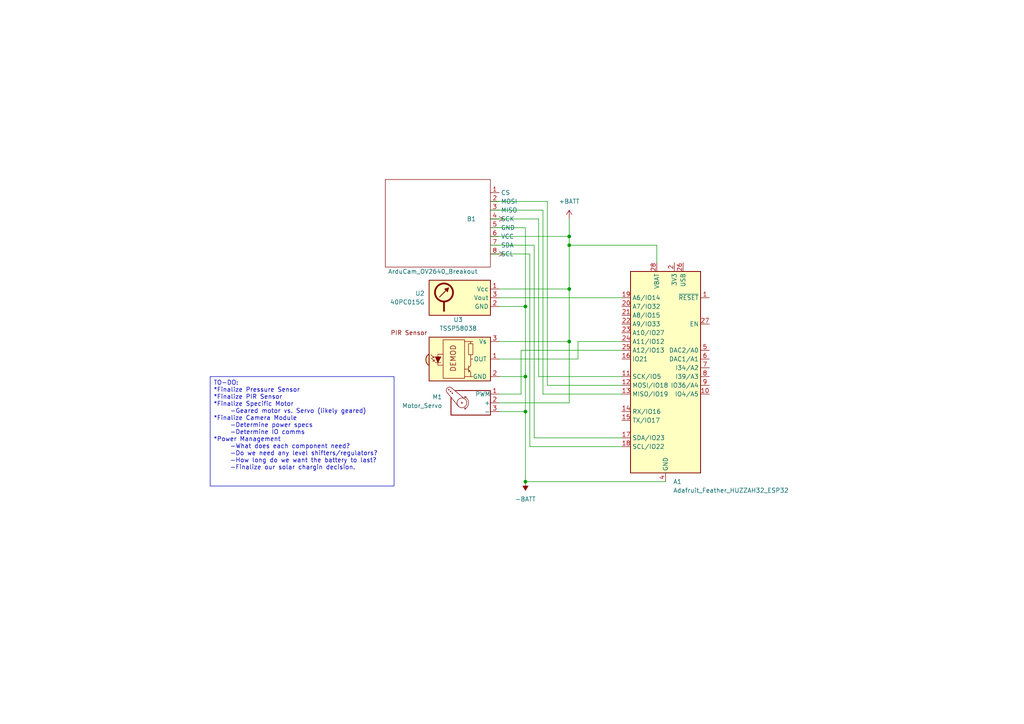
<source format=kicad_sch>
(kicad_sch (version 20231120) (generator "eeschema") (generator_version "8.0")
  (paper "A4")
  (title_block (title "Anti-Squirrel Birdwatch Feeder Preliminary Schematic") (date "2024-10-29") (rev "A") (company "Group 7: Annika Boyd, Sal Esmaeil, Mitch Montee, Nate Sjullie, Nitin Suryadevara"))
  (lib_symbols
    (symbol "MCU_Module:Adafruit_Feather_HUZZAH32_ESP32"
      (property "Reference" "A" (at -10.16 29.21 0))
      (property "Value" "Adafruit_Feather_HUZZAH32_ESP32" (at 2.54 -31.75 0))
      (symbol "Adafruit_Feather_HUZZAH32_ESP32_0_1"
        (rectangle (start -10.16 27.94) (end 10.16 -30.48) (stroke (width 0.254)) (fill (type background)))
      )
      (symbol "Adafruit_Feather_HUZZAH32_ESP32_1_1"
        (pin input line (at 12.7 20.32 180) (length 2.54) (name "~{RESET}") (number "1"))
        (pin bidirectional line (at 12.7 -7.62 180) (length 2.54) (name "IO4/A5") (number "10"))
        (pin bidirectional line (at -12.7 -2.54 0) (length 2.54) (name "SCK/IO5") (number "11"))
        (pin bidirectional line (at -12.7 -5.08 0) (length 2.54) (name "MOSI/IO18") (number "12"))
        (pin bidirectional line (at -12.7 -7.62 0) (length 2.54) (name "MISO/IO19") (number "13"))
        (pin bidirectional line (at -12.7 -12.7 0) (length 2.54) (name "RX/IO16") (number "14"))
        (pin bidirectional line (at -12.7 -15.24 0) (length 2.54) (name "TX/IO17") (number "15"))
        (pin bidirectional line (at -12.7 2.54 0) (length 2.54) (name "IO21") (number "16"))
        (pin bidirectional line (at -12.7 -20.32 0) (length 2.54) (name "SDA/IO23") (number "17"))
        (pin bidirectional line (at -12.7 -22.86 0) (length 2.54) (name "SCL/IO22") (number "18"))
        (pin bidirectional line (at -12.7 20.32 0) (length 2.54) (name "A6/IO14") (number "19"))
        (pin power_in line (at 2.54 30.48 270) (length 2.54) (name "3V3") (number "2"))
        (pin bidirectional line (at -12.7 17.78 0) (length 2.54) (name "A7/IO32") (number "20"))
        (pin bidirectional line (at -12.7 15.24 0) (length 2.54) (name "A8/IO15") (number "21"))
        (pin bidirectional line (at -12.7 12.7 0) (length 2.54) (name "A9/IO33") (number "22"))
        (pin bidirectional line (at -12.7 10.16 0) (length 2.54) (name "A10/IO27") (number "23"))
        (pin bidirectional line (at -12.7 7.62 0) (length 2.54) (name "A11/IO12") (number "24"))
        (pin bidirectional line (at -12.7 5.08 0) (length 2.54) (name "A12/IO13") (number "25"))
        (pin power_in line (at 5.08 30.48 270) (length 2.54) (name "USB") (number "26"))
        (pin input line (at 12.7 12.7 180) (length 2.54) (name "EN") (number "27"))
        (pin power_in line (at -2.54 30.48 270) (length 2.54) (name "VBAT") (number "28"))
        (pin no_connect line (at 10.16 10.16 180) (length 2.54) hide (name "NC") (number "3"))
        (pin power_in line (at 0 -33.02 90) (length 2.54) (name "GND") (number "4"))
        (pin bidirectional line (at 12.7 5.08 180) (length 2.54) (name "DAC2/A0") (number "5"))
        (pin bidirectional line (at 12.7 2.54 180) (length 2.54) (name "DAC1/A1") (number "6"))
        (pin bidirectional line (at 12.7 0 180) (length 2.54) (name "I34/A2") (number "7"))
        (pin bidirectional line (at 12.7 -2.54 180) (length 2.54) (name "I39/A3") (number "8"))
        (pin bidirectional line (at 12.7 -5.08 180) (length 2.54) (name "IO36/A4") (number "9"))
      )
    )
    (symbol "Motor:Motor_Servo" (pin_names (offset 0.0254))
      (property "Reference" "M" (at -5.08 4.445 0))
      (property "Value" "Motor_Servo" (at -5.08 -4.064 0))
      (symbol "Motor_Servo_0_1"
        (polyline (pts (xy 2.413 -1.778) (xy 2.032 -1.778)))
        (polyline (pts (xy 2.413 -1.778) (xy 2.286 -1.397)))
        (polyline (pts (xy 2.413 1.778) (xy 1.905 1.778)))
        (polyline (pts (xy 2.413 1.778) (xy 2.286 1.397)))
        (polyline (pts (xy 6.35 4.445) (xy 2.54 1.27)))
        (polyline (pts (xy 7.62 3.175) (xy 4.191 -1.016)))
        (polyline (pts (xy 5.08 3.556) (xy -5.08 3.556) (xy -5.08 -3.556) (xy 6.35 -3.556) (xy 6.35 1.524)) (stroke (width 0.254)))
        (arc (start 2.413 1.778) (mid 1.2406 0) (end 2.413 -1.778))
        (circle (center 3.175 0) (radius 0.1778))
        (circle (center 3.175 0) (radius 1.4224))
        (circle (center 5.969 2.794) (radius 0.127))
        (circle (center 6.477 3.302) (radius 0.127))
        (circle (center 6.985 3.81) (radius 0.127))
        (arc (start 7.62 3.175) (mid 7.4485 4.2735) (end 6.35 4.445))
      )
      (symbol "Motor_Servo_1_1"
        (pin passive line (at -7.62 2.54 0) (length 2.54) (name "PWM") (number "1"))
        (pin passive line (at -7.62 0 0) (length 2.54) (name "+") (number "2"))
        (pin passive line (at -7.62 -2.54 0) (length 2.54) (name "-") (number "3"))
      )
    )
    (symbol "Sensor_Pressure:40PC015G"
      (property "Reference" "U2" (at -11.43 1.2701 0))
      (property "Value" "40PC015G" (at -11.43 -1.2699 0))
      (symbol "40PC015G_0_1"
        (circle (center -5.842 1.524) (radius 2.6162) (stroke (width 0.508)))
        (polyline (pts (xy -7.112 0.254) (xy -4.572 2.794)) (stroke (width 0.254)))
        (polyline (pts (xy -5.842 -1.27) (xy -5.842 -3.81)) (stroke (width 0.508)))
        (polyline (pts (xy -4.572 2.794) (xy -4.826 1.778) (xy -5.588 2.54) (xy -4.572 2.794)) (stroke (width 0.254)) (fill (type outline)))
        (rectangle (start 7.62 5.08) (end -10.16 -5.08) (stroke (width 0.254)) (fill (type background)))
      )
      (symbol "40PC015G_1_1"
        (pin power_in line (at 10.16 2.54 180) (length 2.54) (name "Vcc") (number "1"))
        (pin power_in line (at 10.16 -2.54 180) (length 2.54) (name "GND") (number "2"))
        (pin output line (at 10.16 0 180) (length 2.54) (name "Vout") (number "3"))
        (pin no_connect line (at -7.62 -5.08 90) (length 2.54) hide (name "NC") (number "4"))
        (pin no_connect line (at -5.08 -5.08 90) (length 2.54) hide (name "NC") (number "5"))
        (pin no_connect line (at -2.54 -5.08 90) (length 2.54) hide (name "NC") (number "6"))
      )
    )
    (symbol "Sensor_Proximity:TSSP58038" (pin_names (offset 1.016))
      (property "Reference" "U3" (at -1.735 11.43 0))
      (property "Value" "TSSP58038" (at -1.735 8.89 0))
      (symbol "TSSP58038_0_0"
        (arc (start -10.287 1.397) (mid -11.0899 -0.1852) (end -10.287 -1.778) (stroke (width 0.254)) (fill (type background)))
        (polyline (pts (xy 1.905 -5.08) (xy 0.127 -5.08)))
        (polyline (pts (xy 1.905 5.08) (xy 0.127 5.08)))
        (text "DEMOD" (at -3.175 0.254 900) (effects (font (size 1.524 1.524))))
      )
      (symbol "TSSP58038_0_1"
        (rectangle (start -6.096 5.588) (end 0.127 -5.588))
        (polyline (pts (xy -8.763 0.381) (xy -9.652 1.27)))
        (polyline (pts (xy -8.763 0.381) (xy -9.271 0.381)))
        (polyline (pts (xy -8.763 0.381) (xy -8.763 0.889)))
        (polyline (pts (xy -8.636 -0.635) (xy -9.525 0.254)))
        (polyline (pts (xy -8.636 -0.635) (xy -9.144 -0.635)))
        (polyline (pts (xy -8.636 -0.635) (xy -8.636 -0.127)))
        (polyline (pts (xy -8.382 -1.016) (xy -6.731 -1.016)))
        (polyline (pts (xy 1.27 -2.921) (xy 0.127 -2.921)))
        (polyline (pts (xy 1.27 -1.905) (xy 1.27 -3.81)))
        (polyline (pts (xy 1.397 -3.556) (xy 1.524 -3.556)))
        (polyline (pts (xy 1.651 -3.556) (xy 1.524 -3.556)))
        (polyline (pts (xy 1.651 -3.556) (xy 1.651 -3.302)))
        (polyline (pts (xy 1.905 0) (xy 1.905 1.27)))
        (polyline (pts (xy 1.905 4.445) (xy 1.905 5.08) (xy 2.54 5.08)))
        (polyline (pts (xy -8.382 0.635) (xy -6.731 0.635) (xy -7.62 -1.016) (xy -8.382 0.635)) (fill (type outline)))
        (polyline (pts (xy -6.096 1.397) (xy -7.62 1.397) (xy -7.62 -1.778) (xy -6.096 -1.778)))
        (polyline (pts (xy 1.27 -3.175) (xy 1.905 -3.81) (xy 1.905 -5.08) (xy 2.54 -5.08)))
        (polyline (pts (xy 1.27 -2.54) (xy 1.905 -1.905) (xy 1.905 0) (xy 2.54 0)))
        (rectangle (start 2.54 1.27) (end 1.27 4.445))
        (rectangle (start 7.62 6.35) (end -10.16 -6.35) (stroke (width 0.254)) (fill (type background)))
      )
      (symbol "TSSP58038_1_1"
        (text "PIR Sensor" (at -16.002 7.62 0) (effects (font (size 1.27 1.27))))
        (pin output line (at 10.16 0 180) (length 2.54) (name "OUT") (number "1"))
        (pin power_in line (at 10.16 -5.08 180) (length 2.54) (name "GND") (number "2"))
        (pin power_in line (at 10.16 5.08 180) (length 2.54) (name "Vs") (number "3"))
      )
    )
    (symbol "power:+BATT" (power) (pin_numbers hide) (pin_names (offset 0) hide)
      (property "Value" "+BATT" (at 0 3.556 0))
      (symbol "+BATT_0_1"
        (polyline (pts (xy -0.762 1.27) (xy 0 2.54)))
        (polyline (pts (xy 0 0) (xy 0 2.54)))
        (polyline (pts (xy 0 2.54) (xy 0.762 1.27)))
      )
      (symbol "+BATT_1_1"
        (pin power_in line (at 0 0 90) (length 0) (name "~") (number "1"))
      )
    )
    (symbol "power:-BATT" (power) (pin_numbers hide) (pin_names (offset 0) hide)
      (property "Value" "-BATT" (at 0 3.556 0))
      (symbol "-BATT_0_1"
        (polyline (pts (xy 0 0) (xy 0 2.54)))
        (polyline (pts (xy 0.762 1.27) (xy -0.762 1.27) (xy 0 2.54) (xy 0.762 1.27)) (fill (type outline)))
      )
      (symbol "-BATT_1_1"
        (pin power_in line (at 0 0 90) (length 0) (name "~") (number "1"))
      )
    )
    (symbol "symbols:ArduCam_OV2640_Breakout"
      (property "Reference" "B1" (at -1.27 8.382 90))
      (property "Value" "ArduCam_OV2640_Breakout" (at 13.97 -14.478 90))
      (symbol "ArduCam_OV2640_Breakout_0_1"
        (rectangle (start -12.7 15.24) (end 12.7 -15.24))
      )
      (symbol "ArduCam_OV2640_Breakout_1_1"
        (pin input line (at -8.89 15.24 90) (length 2.54) (name "CS") (number "1"))
        (pin input line (at -6.35 15.24 90) (length 2.54) (name "MOSI") (number "2"))
        (pin output line (at -3.81 15.24 90) (length 2.54) (name "MISO") (number "3"))
        (pin input clock (at -1.27 15.24 90) (length 2.54) (name "SCK") (number "4"))
        (pin power_in line (at 1.27 15.24 90) (length 2.54) (name "GND") (number "5"))
        (pin power_in line (at 3.81 15.24 90) (length 2.54) (name "VCC") (number "6"))
        (pin bidirectional line (at 6.35 15.24 90) (length 2.54) (name "SDA") (number "7"))
        (pin bidirectional clock (at 8.89 15.24 90) (length 2.54) (name "SCL") (number "8"))
      )
    )
  )
  (junction (at 165.1 99.06))
  (junction (at 152.4 119.38))
  (junction (at 152.4 109.22))
  (junction (at 152.4 139.7))
  (junction (at 152.4 88.9))
  (junction (at 165.1 68.58))
  (junction (at 165.1 83.82))
  (junction (at 165.1 71.12))
  (wire (pts (xy 165.1 63.5) (xy 165.1 68.58)))
  (wire (pts (xy 142.24 60.96) (xy 157.48 60.96)))
  (wire (pts (xy 142.24 68.58) (xy 165.1 68.58)))
  (wire (pts (xy 167.64 99.06) (xy 180.34 99.06)))
  (wire (pts (xy 144.78 104.14) (xy 167.64 104.14)))
  (wire (pts (xy 156.21 63.5) (xy 156.21 109.22)))
  (wire (pts (xy 142.24 73.66) (xy 153.67 73.66)))
  (wire (pts (xy 157.48 114.3) (xy 180.34 114.3)))
  (wire (pts (xy 152.4 109.22) (xy 152.4 119.38)))
  (wire (pts (xy 144.78 116.84) (xy 165.1 116.84)))
  (wire (pts (xy 144.78 86.36) (xy 180.34 86.36)))
  (wire (pts (xy 144.78 83.82) (xy 165.1 83.82)))
  (wire (pts (xy 151.13 101.6) (xy 180.34 101.6)))
  (wire (pts (xy 144.78 109.22) (xy 152.4 109.22)))
  (wire (pts (xy 165.1 71.12) (xy 165.1 83.82)))
  (wire (pts (xy 142.24 66.04) (xy 152.4 66.04)))
  (wire (pts (xy 180.34 111.76) (xy 158.75 111.76)))
  (wire (pts (xy 152.4 88.9) (xy 152.4 109.22)))
  (wire (pts (xy 158.75 58.42) (xy 142.24 58.42)))
  (wire (pts (xy 156.21 109.22) (xy 180.34 109.22)))
  (wire (pts (xy 144.78 88.9) (xy 152.4 88.9)))
  (wire (pts (xy 142.24 71.12) (xy 154.94 71.12)))
  (wire (pts (xy 144.78 99.06) (xy 165.1 99.06)))
  (wire (pts (xy 165.1 99.06) (xy 165.1 116.84)))
  (wire (pts (xy 154.94 127) (xy 154.94 71.12)))
  (wire (pts (xy 190.5 71.12) (xy 165.1 71.12)))
  (wire (pts (xy 158.75 111.76) (xy 158.75 58.42)))
  (wire (pts (xy 165.1 83.82) (xy 165.1 99.06)))
  (wire (pts (xy 153.67 73.66) (xy 153.67 129.54)))
  (wire (pts (xy 152.4 139.7) (xy 193.04 139.7)))
  (wire (pts (xy 157.48 60.96) (xy 157.48 114.3)))
  (wire (pts (xy 144.78 114.3) (xy 151.13 114.3)))
  (wire (pts (xy 153.67 129.54) (xy 180.34 129.54)))
  (wire (pts (xy 180.34 127) (xy 154.94 127)))
  (wire (pts (xy 190.5 76.2) (xy 190.5 71.12)))
  (wire (pts (xy 151.13 114.3) (xy 151.13 101.6)))
  (wire (pts (xy 167.64 104.14) (xy 167.64 99.06)))
  (wire (pts (xy 165.1 68.58) (xy 165.1 71.12)))
  (wire (pts (xy 152.4 66.04) (xy 152.4 88.9)))
  (wire (pts (xy 142.24 63.5) (xy 156.21 63.5)))
  (wire (pts (xy 152.4 119.38) (xy 152.4 139.7)))
  (wire (pts (xy 144.78 119.38) (xy 152.4 119.38)))
  (text_box "TO-DO:\n*Finalize Pressure Sensor\n*Finalize PIR Sensor\n*Finalize Specific Motor\n	-Geared motor vs. Servo (likely geared)\n*Finalize Camera Module\n	-Determine power specs\n	-Determine IO comms\n*Power Management\n	-What does each component need?\n	-Do we need any level shifters/regulators?\n	-How long do we want the battery to last?\n	-Finalize our solar chargin decision.\n" (at 60.96 109.22 0) (size 53.34 31.75) (effects (font (size 1.27 1.27)) (justify left top)))
  (symbol (lib_id "Sensor_Pressure:40PC015G") (at 134.62 86.36 0) (unit 1)
    (property "Reference" "U2" (at 123.19 85.0899 0) (effects (justify right)))
    (property "Value" "40PC015G" (at 123.19 87.6299 0) (effects (justify right)))
    (property "Datasheet" "http://www.honeywellscportal.com//index.php?ci_id=138832" (effects (hide yes)))
    (property "Description" "Gauge pressure sensor, 0 to 15PSI, 5V supply, 0.2% accuracy, integrated signal conditioning, excellent media compatibility" (effects (hide yes)))
  )
  (symbol (lib_id "MCU_Module:Adafruit_Feather_HUZZAH32_ESP32") (at 193.04 106.68 0) (unit 1)
    (property "Reference" "A1" (at 195.2341 139.7 0) (effects (justify left)))
    (property "Value" "Adafruit_Feather_HUZZAH32_ESP32" (at 195.2341 142.24 0) (effects (justify left)))
    (property "Footprint" "Module:Adafruit_Feather" (effects (hide yes)))
    (property "Datasheet" "https://cdn-learn.adafruit.com/downloads/pdf/adafruit-huzzah32-esp32-feather.pdf" (effects (hide yes)))
    (property "Description" "Microcontroller module with ESP32 MCU" (effects (hide yes)))
  )
  (symbol (lib_id "power:+BATT") (at 165.1 63.5 0) (unit 1)
    (property "Reference" "#PWR02" (effects (hide yes)))
    (property "Value" "+BATT" (at 165.1 58.42 0))
    (property "Description" "Power symbol creates a global label with name \"+BATT\"" (effects (hide yes)))
  )
  (symbol (lib_id "Sensor_Proximity:TSSP58038") (at 134.62 104.14 0) (unit 1)
    (property "Reference" "U3" (at 132.885 92.71 0))
    (property "Value" "TSSP58038" (at 132.885 95.25 0))
    (property "Footprint" "OptoDevice:Vishay_MINICAST-3Pin" (effects (hide yes)))
    (property "Datasheet" "http://www.vishay.com/docs/82476/tssp58p38.pdf" (effects (hide yes)))
    (property "Description" "IR Detector for Mid Range Proximity Sensor" (effects (hide yes)))
  )
  (symbol (lib_id "power:-BATT") (at 152.4 139.7 0) (mirror x) (unit 1)
    (property "Reference" "#PWR03" (effects (hide yes)))
    (property "Value" "-BATT" (at 152.4 144.78 0))
    (property "Description" "Power symbol creates a global label with name \"-BATT\"" (effects (hide yes)))
  )
  (symbol (lib_id "Motor:Motor_Servo") (at 137.16 116.84 0) (mirror y) (unit 1)
    (property "Reference" "M1" (at 128.27 115.1365 0) (effects (justify left)))
    (property "Value" "Motor_Servo" (at 128.27 117.6765 0) (effects (justify left)))
    (property "Datasheet" "http://forums.parallax.com/uploads/attachments/46831/74481.png" (effects (hide yes)))
    (property "Description" "Servo Motor (Futaba, HiTec, JR connector)" (effects (hide yes)))
  )
  (symbol (lib_id "symbols:ArduCam_OV2640_Breakout") (at 127 64.77 270) (unit 1)
    (property "Reference" "B1" (at 135.382 63.5 90) (effects (justify left)))
    (property "Value" "ArduCam_OV2640_Breakout" (at 112.522 78.74 90) (effects (justify left)))
  )
)
</source>
